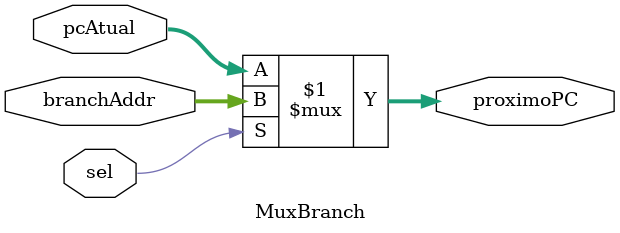
<source format=v>
module MuxBranch(
    input  wire sel,               // Seleciona o próximo endereço do PC
    input  wire [31:0] pcAtual,     // Endereço atual do PC + 4
    input  wire [31:0] branchAddr,  // Endereço de desvio calculado
    output wire [31:0] proximoPC    // Próximo endereço do PC
);
    assign proximoPC = (sel) ? branchAddr : pcAtual;
endmodule

</source>
